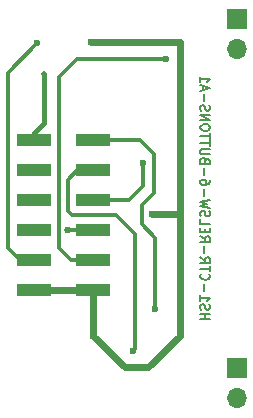
<source format=gbr>
%TF.GenerationSoftware,KiCad,Pcbnew,9.0.6*%
%TF.CreationDate,2025-12-26T20:21:36+00:00*%
%TF.ProjectId,PIDI-BOX-01-RELSW-6-BUTTONS-A1,50494449-2d42-44f5-982d-30312d52454c,rev?*%
%TF.SameCoordinates,Original*%
%TF.FileFunction,Copper,L2,Bot*%
%TF.FilePolarity,Positive*%
%FSLAX46Y46*%
G04 Gerber Fmt 4.6, Leading zero omitted, Abs format (unit mm)*
G04 Created by KiCad (PCBNEW 9.0.6) date 2025-12-26 20:21:36*
%MOMM*%
%LPD*%
G01*
G04 APERTURE LIST*
%ADD10C,0.150000*%
%TA.AperFunction,NonConductor*%
%ADD11C,0.150000*%
%TD*%
%TA.AperFunction,ComponentPad*%
%ADD12R,1.700000X1.700000*%
%TD*%
%TA.AperFunction,ComponentPad*%
%ADD13O,1.700000X1.700000*%
%TD*%
%TA.AperFunction,SMDPad,CuDef*%
%ADD14R,3.000000X1.000000*%
%TD*%
%TA.AperFunction,ViaPad*%
%ADD15C,0.600000*%
%TD*%
%TA.AperFunction,ViaPad*%
%ADD16C,0.500000*%
%TD*%
%TA.AperFunction,Conductor*%
%ADD17C,0.300000*%
%TD*%
%TA.AperFunction,Conductor*%
%ADD18C,0.400000*%
%TD*%
%TA.AperFunction,Conductor*%
%ADD19C,0.600000*%
%TD*%
G04 APERTURE END LIST*
D10*
D11*
X118317304Y-78400039D02*
X119117304Y-78400039D01*
X118736352Y-78400039D02*
X118736352Y-77942896D01*
X118317304Y-77942896D02*
X119117304Y-77942896D01*
X118355400Y-77600040D02*
X118317304Y-77485754D01*
X118317304Y-77485754D02*
X118317304Y-77295278D01*
X118317304Y-77295278D02*
X118355400Y-77219087D01*
X118355400Y-77219087D02*
X118393495Y-77180992D01*
X118393495Y-77180992D02*
X118469685Y-77142897D01*
X118469685Y-77142897D02*
X118545876Y-77142897D01*
X118545876Y-77142897D02*
X118622066Y-77180992D01*
X118622066Y-77180992D02*
X118660161Y-77219087D01*
X118660161Y-77219087D02*
X118698257Y-77295278D01*
X118698257Y-77295278D02*
X118736352Y-77447659D01*
X118736352Y-77447659D02*
X118774447Y-77523849D01*
X118774447Y-77523849D02*
X118812542Y-77561944D01*
X118812542Y-77561944D02*
X118888733Y-77600040D01*
X118888733Y-77600040D02*
X118964923Y-77600040D01*
X118964923Y-77600040D02*
X119041114Y-77561944D01*
X119041114Y-77561944D02*
X119079209Y-77523849D01*
X119079209Y-77523849D02*
X119117304Y-77447659D01*
X119117304Y-77447659D02*
X119117304Y-77257182D01*
X119117304Y-77257182D02*
X119079209Y-77142897D01*
X118317304Y-76380992D02*
X118317304Y-76838135D01*
X118317304Y-76609563D02*
X119117304Y-76609563D01*
X119117304Y-76609563D02*
X119003019Y-76685754D01*
X119003019Y-76685754D02*
X118926828Y-76761944D01*
X118926828Y-76761944D02*
X118888733Y-76838135D01*
X118622066Y-76038134D02*
X118622066Y-75428611D01*
X118393495Y-74590515D02*
X118355400Y-74628611D01*
X118355400Y-74628611D02*
X118317304Y-74742896D01*
X118317304Y-74742896D02*
X118317304Y-74819087D01*
X118317304Y-74819087D02*
X118355400Y-74933373D01*
X118355400Y-74933373D02*
X118431590Y-75009563D01*
X118431590Y-75009563D02*
X118507780Y-75047658D01*
X118507780Y-75047658D02*
X118660161Y-75085754D01*
X118660161Y-75085754D02*
X118774447Y-75085754D01*
X118774447Y-75085754D02*
X118926828Y-75047658D01*
X118926828Y-75047658D02*
X119003019Y-75009563D01*
X119003019Y-75009563D02*
X119079209Y-74933373D01*
X119079209Y-74933373D02*
X119117304Y-74819087D01*
X119117304Y-74819087D02*
X119117304Y-74742896D01*
X119117304Y-74742896D02*
X119079209Y-74628611D01*
X119079209Y-74628611D02*
X119041114Y-74590515D01*
X119117304Y-74361944D02*
X119117304Y-73904801D01*
X118317304Y-74133373D02*
X119117304Y-74133373D01*
X118317304Y-73180991D02*
X118698257Y-73447658D01*
X118317304Y-73638134D02*
X119117304Y-73638134D01*
X119117304Y-73638134D02*
X119117304Y-73333372D01*
X119117304Y-73333372D02*
X119079209Y-73257182D01*
X119079209Y-73257182D02*
X119041114Y-73219087D01*
X119041114Y-73219087D02*
X118964923Y-73180991D01*
X118964923Y-73180991D02*
X118850638Y-73180991D01*
X118850638Y-73180991D02*
X118774447Y-73219087D01*
X118774447Y-73219087D02*
X118736352Y-73257182D01*
X118736352Y-73257182D02*
X118698257Y-73333372D01*
X118698257Y-73333372D02*
X118698257Y-73638134D01*
X118622066Y-72838134D02*
X118622066Y-72228611D01*
X118317304Y-71390515D02*
X118698257Y-71657182D01*
X118317304Y-71847658D02*
X119117304Y-71847658D01*
X119117304Y-71847658D02*
X119117304Y-71542896D01*
X119117304Y-71542896D02*
X119079209Y-71466706D01*
X119079209Y-71466706D02*
X119041114Y-71428611D01*
X119041114Y-71428611D02*
X118964923Y-71390515D01*
X118964923Y-71390515D02*
X118850638Y-71390515D01*
X118850638Y-71390515D02*
X118774447Y-71428611D01*
X118774447Y-71428611D02*
X118736352Y-71466706D01*
X118736352Y-71466706D02*
X118698257Y-71542896D01*
X118698257Y-71542896D02*
X118698257Y-71847658D01*
X118736352Y-71047658D02*
X118736352Y-70780992D01*
X118317304Y-70666706D02*
X118317304Y-71047658D01*
X118317304Y-71047658D02*
X119117304Y-71047658D01*
X119117304Y-71047658D02*
X119117304Y-70666706D01*
X118317304Y-69942896D02*
X118317304Y-70323848D01*
X118317304Y-70323848D02*
X119117304Y-70323848D01*
X118355400Y-69714325D02*
X118317304Y-69600039D01*
X118317304Y-69600039D02*
X118317304Y-69409563D01*
X118317304Y-69409563D02*
X118355400Y-69333372D01*
X118355400Y-69333372D02*
X118393495Y-69295277D01*
X118393495Y-69295277D02*
X118469685Y-69257182D01*
X118469685Y-69257182D02*
X118545876Y-69257182D01*
X118545876Y-69257182D02*
X118622066Y-69295277D01*
X118622066Y-69295277D02*
X118660161Y-69333372D01*
X118660161Y-69333372D02*
X118698257Y-69409563D01*
X118698257Y-69409563D02*
X118736352Y-69561944D01*
X118736352Y-69561944D02*
X118774447Y-69638134D01*
X118774447Y-69638134D02*
X118812542Y-69676229D01*
X118812542Y-69676229D02*
X118888733Y-69714325D01*
X118888733Y-69714325D02*
X118964923Y-69714325D01*
X118964923Y-69714325D02*
X119041114Y-69676229D01*
X119041114Y-69676229D02*
X119079209Y-69638134D01*
X119079209Y-69638134D02*
X119117304Y-69561944D01*
X119117304Y-69561944D02*
X119117304Y-69371467D01*
X119117304Y-69371467D02*
X119079209Y-69257182D01*
X119117304Y-68990515D02*
X118317304Y-68800039D01*
X118317304Y-68800039D02*
X118888733Y-68647658D01*
X118888733Y-68647658D02*
X118317304Y-68495277D01*
X118317304Y-68495277D02*
X119117304Y-68304801D01*
X118622066Y-68000038D02*
X118622066Y-67390515D01*
X119117304Y-66666705D02*
X119117304Y-66819086D01*
X119117304Y-66819086D02*
X119079209Y-66895277D01*
X119079209Y-66895277D02*
X119041114Y-66933372D01*
X119041114Y-66933372D02*
X118926828Y-67009562D01*
X118926828Y-67009562D02*
X118774447Y-67047658D01*
X118774447Y-67047658D02*
X118469685Y-67047658D01*
X118469685Y-67047658D02*
X118393495Y-67009562D01*
X118393495Y-67009562D02*
X118355400Y-66971467D01*
X118355400Y-66971467D02*
X118317304Y-66895277D01*
X118317304Y-66895277D02*
X118317304Y-66742896D01*
X118317304Y-66742896D02*
X118355400Y-66666705D01*
X118355400Y-66666705D02*
X118393495Y-66628610D01*
X118393495Y-66628610D02*
X118469685Y-66590515D01*
X118469685Y-66590515D02*
X118660161Y-66590515D01*
X118660161Y-66590515D02*
X118736352Y-66628610D01*
X118736352Y-66628610D02*
X118774447Y-66666705D01*
X118774447Y-66666705D02*
X118812542Y-66742896D01*
X118812542Y-66742896D02*
X118812542Y-66895277D01*
X118812542Y-66895277D02*
X118774447Y-66971467D01*
X118774447Y-66971467D02*
X118736352Y-67009562D01*
X118736352Y-67009562D02*
X118660161Y-67047658D01*
X118622066Y-66247657D02*
X118622066Y-65638134D01*
X118736352Y-64990515D02*
X118698257Y-64876229D01*
X118698257Y-64876229D02*
X118660161Y-64838134D01*
X118660161Y-64838134D02*
X118583971Y-64800038D01*
X118583971Y-64800038D02*
X118469685Y-64800038D01*
X118469685Y-64800038D02*
X118393495Y-64838134D01*
X118393495Y-64838134D02*
X118355400Y-64876229D01*
X118355400Y-64876229D02*
X118317304Y-64952419D01*
X118317304Y-64952419D02*
X118317304Y-65257181D01*
X118317304Y-65257181D02*
X119117304Y-65257181D01*
X119117304Y-65257181D02*
X119117304Y-64990515D01*
X119117304Y-64990515D02*
X119079209Y-64914324D01*
X119079209Y-64914324D02*
X119041114Y-64876229D01*
X119041114Y-64876229D02*
X118964923Y-64838134D01*
X118964923Y-64838134D02*
X118888733Y-64838134D01*
X118888733Y-64838134D02*
X118812542Y-64876229D01*
X118812542Y-64876229D02*
X118774447Y-64914324D01*
X118774447Y-64914324D02*
X118736352Y-64990515D01*
X118736352Y-64990515D02*
X118736352Y-65257181D01*
X119117304Y-64457181D02*
X118469685Y-64457181D01*
X118469685Y-64457181D02*
X118393495Y-64419086D01*
X118393495Y-64419086D02*
X118355400Y-64380991D01*
X118355400Y-64380991D02*
X118317304Y-64304800D01*
X118317304Y-64304800D02*
X118317304Y-64152419D01*
X118317304Y-64152419D02*
X118355400Y-64076229D01*
X118355400Y-64076229D02*
X118393495Y-64038134D01*
X118393495Y-64038134D02*
X118469685Y-64000038D01*
X118469685Y-64000038D02*
X119117304Y-64000038D01*
X119117304Y-63733372D02*
X119117304Y-63276229D01*
X118317304Y-63504801D02*
X119117304Y-63504801D01*
X119117304Y-63123848D02*
X119117304Y-62666705D01*
X118317304Y-62895277D02*
X119117304Y-62895277D01*
X119117304Y-62247657D02*
X119117304Y-62095276D01*
X119117304Y-62095276D02*
X119079209Y-62019086D01*
X119079209Y-62019086D02*
X119003019Y-61942895D01*
X119003019Y-61942895D02*
X118850638Y-61904800D01*
X118850638Y-61904800D02*
X118583971Y-61904800D01*
X118583971Y-61904800D02*
X118431590Y-61942895D01*
X118431590Y-61942895D02*
X118355400Y-62019086D01*
X118355400Y-62019086D02*
X118317304Y-62095276D01*
X118317304Y-62095276D02*
X118317304Y-62247657D01*
X118317304Y-62247657D02*
X118355400Y-62323848D01*
X118355400Y-62323848D02*
X118431590Y-62400038D01*
X118431590Y-62400038D02*
X118583971Y-62438134D01*
X118583971Y-62438134D02*
X118850638Y-62438134D01*
X118850638Y-62438134D02*
X119003019Y-62400038D01*
X119003019Y-62400038D02*
X119079209Y-62323848D01*
X119079209Y-62323848D02*
X119117304Y-62247657D01*
X118317304Y-61561943D02*
X119117304Y-61561943D01*
X119117304Y-61561943D02*
X118317304Y-61104800D01*
X118317304Y-61104800D02*
X119117304Y-61104800D01*
X118355400Y-60761944D02*
X118317304Y-60647658D01*
X118317304Y-60647658D02*
X118317304Y-60457182D01*
X118317304Y-60457182D02*
X118355400Y-60380991D01*
X118355400Y-60380991D02*
X118393495Y-60342896D01*
X118393495Y-60342896D02*
X118469685Y-60304801D01*
X118469685Y-60304801D02*
X118545876Y-60304801D01*
X118545876Y-60304801D02*
X118622066Y-60342896D01*
X118622066Y-60342896D02*
X118660161Y-60380991D01*
X118660161Y-60380991D02*
X118698257Y-60457182D01*
X118698257Y-60457182D02*
X118736352Y-60609563D01*
X118736352Y-60609563D02*
X118774447Y-60685753D01*
X118774447Y-60685753D02*
X118812542Y-60723848D01*
X118812542Y-60723848D02*
X118888733Y-60761944D01*
X118888733Y-60761944D02*
X118964923Y-60761944D01*
X118964923Y-60761944D02*
X119041114Y-60723848D01*
X119041114Y-60723848D02*
X119079209Y-60685753D01*
X119079209Y-60685753D02*
X119117304Y-60609563D01*
X119117304Y-60609563D02*
X119117304Y-60419086D01*
X119117304Y-60419086D02*
X119079209Y-60304801D01*
X118622066Y-59961943D02*
X118622066Y-59352420D01*
X118545876Y-59009563D02*
X118545876Y-58628610D01*
X118317304Y-59085753D02*
X119117304Y-58819086D01*
X119117304Y-58819086D02*
X118317304Y-58552420D01*
X118317304Y-57866706D02*
X118317304Y-58323849D01*
X118317304Y-58095277D02*
X119117304Y-58095277D01*
X119117304Y-58095277D02*
X119003019Y-58171468D01*
X119003019Y-58171468D02*
X118926828Y-58247658D01*
X118926828Y-58247658D02*
X118888733Y-58323849D01*
D12*
%TO.P,J3,1,Pin_1*%
%TO.N,unconnected-(J3-Pin_1-Pad1)*%
X121405800Y-82545000D03*
D13*
%TO.P,J3,2,Pin_2*%
%TO.N,unconnected-(J3-Pin_2-Pad2)*%
X121405800Y-85085000D03*
%TD*%
D12*
%TO.P,J2,1,Pin_1*%
%TO.N,unconnected-(J2-Pin_1-Pad1)*%
X121405800Y-53030200D03*
D13*
%TO.P,J2,2,Pin_2*%
%TO.N,unconnected-(J2-Pin_2-Pad2)*%
X121405800Y-55570200D03*
%TD*%
D14*
%TO.P,J1,1,Pin_1*%
%TO.N,+12V*%
X104210800Y-63246000D03*
%TO.P,J1,2,Pin_2*%
%TO.N,S6*%
X109250800Y-63246000D03*
%TO.P,J1,3,Pin_3*%
%TO.N,unconnected-(J1-Pin_3-Pad3)*%
X104210800Y-65786000D03*
%TO.P,J1,4,Pin_4*%
%TO.N,S5*%
X109250800Y-65786000D03*
%TO.P,J1,5,Pin_5*%
%TO.N,unconnected-(J1-Pin_5-Pad5)*%
X104210800Y-68326000D03*
%TO.P,J1,6,Pin_6*%
%TO.N,S4*%
X109250800Y-68326000D03*
%TO.P,J1,7,Pin_7*%
%TO.N,unconnected-(J1-Pin_7-Pad7)*%
X104210800Y-70866000D03*
%TO.P,J1,8,Pin_8*%
%TO.N,S3*%
X109250800Y-70866000D03*
%TO.P,J1,9,Pin_9*%
%TO.N,S1*%
X104210800Y-73406000D03*
%TO.P,J1,10,Pin_10*%
%TO.N,S2*%
X109250800Y-73406000D03*
%TO.P,J1,11,Pin_11*%
%TO.N,GND*%
X104210800Y-75946000D03*
%TO.P,J1,12,Pin_12*%
X109250800Y-75946000D03*
%TD*%
D15*
%TO.N,S1*%
X104495600Y-55067200D03*
%TO.N,S2*%
X115417600Y-56413300D03*
%TO.N,S3*%
X107086400Y-70866000D03*
%TO.N,S4*%
X113487200Y-65147600D03*
%TO.N,S6*%
X114503200Y-77520800D03*
%TO.N,S5*%
X112572800Y-81127600D03*
D16*
%TO.N,+12V*%
X105054400Y-57658000D03*
D15*
%TO.N,GND*%
X109250800Y-79806800D03*
X114198400Y-69494400D03*
X109016800Y-54965600D03*
X116586000Y-67259200D03*
X116586000Y-79806800D03*
X116586000Y-54965600D03*
%TD*%
D17*
%TO.N,S1*%
X102006400Y-72390000D02*
X103022400Y-73406000D01*
X103022400Y-73406000D02*
X104210800Y-73406000D01*
X102006400Y-57556400D02*
X102006400Y-72390000D01*
X104495600Y-55067200D02*
X102006400Y-57556400D01*
%TO.N,S2*%
X115417600Y-56413300D02*
X107823100Y-56413300D01*
X107340400Y-73406000D02*
X109250800Y-73406000D01*
X107823100Y-56413300D02*
X106324400Y-57912000D01*
X106324400Y-72390000D02*
X107340400Y-73406000D01*
X106324400Y-57912000D02*
X106324400Y-72390000D01*
%TO.N,S3*%
X109250800Y-70866000D02*
X106934000Y-70866000D01*
%TO.N,S4*%
X113487200Y-65147600D02*
X113487200Y-67106800D01*
X112268000Y-68326000D02*
X109250800Y-68326000D01*
X113487200Y-67106800D02*
X112268000Y-68326000D01*
%TO.N,S6*%
X114503200Y-71526400D02*
X114503200Y-77520800D01*
X114401600Y-64414400D02*
X114401600Y-67716400D01*
X113233200Y-63246000D02*
X114401600Y-64414400D01*
X114401600Y-67716400D02*
X113334800Y-68783200D01*
X113334800Y-68783200D02*
X113334800Y-70358000D01*
X109250800Y-63246000D02*
X113233200Y-63246000D01*
X113334800Y-70358000D02*
X114503200Y-71526400D01*
%TO.N,S5*%
X112776000Y-71221600D02*
X111150400Y-69596000D01*
X107442000Y-69596000D02*
X107086400Y-69240400D01*
X111150400Y-69596000D02*
X107442000Y-69596000D01*
X112776000Y-80924400D02*
X112776000Y-71221600D01*
X107086400Y-66598800D02*
X107899200Y-65786000D01*
X107899200Y-65786000D02*
X109250800Y-65786000D01*
X112572800Y-81127600D02*
X112776000Y-80924400D01*
X107086400Y-69240400D02*
X107086400Y-66598800D01*
D18*
%TO.N,+12V*%
X104210800Y-63246000D02*
X104210800Y-62616400D01*
X104210800Y-62616400D02*
X105054400Y-61772800D01*
X105054400Y-61772800D02*
X105054400Y-57658000D01*
D19*
%TO.N,GND*%
X109250800Y-79806800D02*
X111943200Y-82499200D01*
X116586000Y-54965600D02*
X116586000Y-67259200D01*
X109250800Y-75946000D02*
X104210800Y-75946000D01*
X113893600Y-82499200D02*
X116586000Y-79806800D01*
X109250800Y-79806800D02*
X109250800Y-75946000D01*
X116586000Y-79806800D02*
X116586000Y-67259200D01*
X109016800Y-54965600D02*
X116586000Y-54965600D01*
X114198400Y-69494400D02*
X116535200Y-69494400D01*
X111943200Y-82499200D02*
X113893600Y-82499200D01*
%TD*%
M02*

</source>
